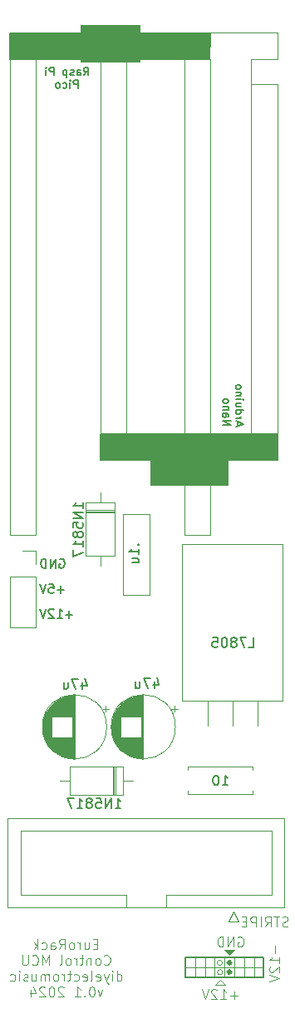
<source format=gbr>
%TF.GenerationSoftware,KiCad,Pcbnew,8.0.5*%
%TF.CreationDate,2024-11-21T14:34:23+00:00*%
%TF.ProjectId,EuroRackControl-MCU,4575726f-5261-4636-9b43-6f6e74726f6c,rev?*%
%TF.SameCoordinates,Original*%
%TF.FileFunction,Legend,Bot*%
%TF.FilePolarity,Positive*%
%FSLAX46Y46*%
G04 Gerber Fmt 4.6, Leading zero omitted, Abs format (unit mm)*
G04 Created by KiCad (PCBNEW 8.0.5) date 2024-11-21 14:34:23*
%MOMM*%
%LPD*%
G01*
G04 APERTURE LIST*
%ADD10C,0.100000*%
%ADD11C,0.317621*%
%ADD12C,0.200000*%
%ADD13C,0.150000*%
%ADD14C,0.120000*%
G04 APERTURE END LIST*
D10*
X23320000Y-50200000D02*
X29320000Y-50200000D01*
X29320000Y-54000000D01*
X23320000Y-54000000D01*
X23320000Y-50200000D01*
G36*
X23320000Y-50200000D02*
G01*
X29320000Y-50200000D01*
X29320000Y-54000000D01*
X23320000Y-54000000D01*
X23320000Y-50200000D01*
G37*
X37789998Y-145533346D02*
G75*
G02*
X37254756Y-145533346I-267621J0D01*
G01*
X37254756Y-145533346D02*
G75*
G02*
X37789998Y-145533346I267621J0D01*
G01*
X37000000Y-145000000D02*
X37000000Y-147000000D01*
D11*
X38656923Y-145527845D02*
G75*
G02*
X38339303Y-145527845I-158810J0D01*
G01*
X38339303Y-145527845D02*
G75*
G02*
X38656923Y-145527845I158810J0D01*
G01*
D12*
X16140000Y-51065000D02*
X36500000Y-51065000D01*
X36500000Y-53695000D01*
X16140000Y-53695000D01*
X16140000Y-51065000D01*
G36*
X16140000Y-51065000D02*
G01*
X36500000Y-51065000D01*
X36500000Y-53695000D01*
X16140000Y-53695000D01*
X16140000Y-51065000D01*
G37*
D11*
X38648270Y-146471045D02*
G75*
G02*
X38330650Y-146471045I-158810J0D01*
G01*
X38330650Y-146471045D02*
G75*
G02*
X38648270Y-146471045I158810J0D01*
G01*
D10*
X35000000Y-145000000D02*
X35000000Y-147000000D01*
X38000000Y-145000000D02*
X38000000Y-147000000D01*
X42000000Y-146000000D02*
X34000000Y-146000000D01*
X39000000Y-145000000D02*
X39000000Y-147000000D01*
D12*
X34000000Y-145000000D02*
X42000000Y-145000000D01*
X42000000Y-147000000D01*
X34000000Y-147000000D01*
X34000000Y-145000000D01*
D10*
X41000000Y-145000000D02*
X41000000Y-147000000D01*
D12*
X25400000Y-91820000D02*
X43390000Y-91820000D01*
X43390000Y-94450000D01*
X25400000Y-94450000D01*
X25400000Y-91820000D01*
G36*
X25400000Y-91820000D02*
G01*
X43390000Y-91820000D01*
X43390000Y-94450000D01*
X25400000Y-94450000D01*
X25400000Y-91820000D01*
G37*
D10*
X38034348Y-147808624D02*
X37018348Y-147808624D01*
X37526348Y-147300624D01*
X38034348Y-147808624D01*
X40000000Y-145000000D02*
X40000000Y-147000000D01*
X30430000Y-93500000D02*
X38330000Y-93500000D01*
X38330000Y-97000000D01*
X30430000Y-97000000D01*
X30430000Y-93500000D01*
G36*
X30430000Y-93500000D02*
G01*
X38330000Y-93500000D01*
X38330000Y-97000000D01*
X30430000Y-97000000D01*
X30430000Y-93500000D01*
G37*
X40930000Y-147020000D02*
X40930000Y-147020000D01*
X36000000Y-145000000D02*
X36000000Y-147000000D01*
X37798651Y-146485200D02*
G75*
G02*
X37263409Y-146485200I-267621J0D01*
G01*
X37263409Y-146485200D02*
G75*
G02*
X37798651Y-146485200I267621J0D01*
G01*
X38478201Y-144721967D02*
X37970201Y-144213967D01*
X38986201Y-144213967D01*
X38478201Y-144721967D01*
G36*
X38478201Y-144721967D02*
G01*
X37970201Y-144213967D01*
X38986201Y-144213967D01*
X38478201Y-144721967D01*
G37*
X43179466Y-143780095D02*
X43179466Y-144542000D01*
X43560419Y-145541999D02*
X43560419Y-144970571D01*
X43560419Y-145256285D02*
X42560419Y-145256285D01*
X42560419Y-145256285D02*
X42703276Y-145161047D01*
X42703276Y-145161047D02*
X42798514Y-145065809D01*
X42798514Y-145065809D02*
X42846133Y-144970571D01*
X42655657Y-145922952D02*
X42608038Y-145970571D01*
X42608038Y-145970571D02*
X42560419Y-146065809D01*
X42560419Y-146065809D02*
X42560419Y-146303904D01*
X42560419Y-146303904D02*
X42608038Y-146399142D01*
X42608038Y-146399142D02*
X42655657Y-146446761D01*
X42655657Y-146446761D02*
X42750895Y-146494380D01*
X42750895Y-146494380D02*
X42846133Y-146494380D01*
X42846133Y-146494380D02*
X42988990Y-146446761D01*
X42988990Y-146446761D02*
X43560419Y-145875333D01*
X43560419Y-145875333D02*
X43560419Y-146494380D01*
X42560419Y-146780095D02*
X43560419Y-147113428D01*
X43560419Y-147113428D02*
X42560419Y-147446761D01*
D12*
X22517293Y-110143100D02*
X21831579Y-110143100D01*
X22174436Y-110485957D02*
X22174436Y-109800242D01*
X20931578Y-110485957D02*
X21445864Y-110485957D01*
X21188721Y-110485957D02*
X21188721Y-109585957D01*
X21188721Y-109585957D02*
X21274435Y-109714528D01*
X21274435Y-109714528D02*
X21360150Y-109800242D01*
X21360150Y-109800242D02*
X21445864Y-109843100D01*
X20588721Y-109671671D02*
X20545864Y-109628814D01*
X20545864Y-109628814D02*
X20460150Y-109585957D01*
X20460150Y-109585957D02*
X20245864Y-109585957D01*
X20245864Y-109585957D02*
X20160150Y-109628814D01*
X20160150Y-109628814D02*
X20117292Y-109671671D01*
X20117292Y-109671671D02*
X20074435Y-109757385D01*
X20074435Y-109757385D02*
X20074435Y-109843100D01*
X20074435Y-109843100D02*
X20117292Y-109971671D01*
X20117292Y-109971671D02*
X20631578Y-110485957D01*
X20631578Y-110485957D02*
X20074435Y-110485957D01*
X19817292Y-109585957D02*
X19517292Y-110485957D01*
X19517292Y-110485957D02*
X19217292Y-109585957D01*
D10*
X39369904Y-142938038D02*
X39465142Y-142890419D01*
X39465142Y-142890419D02*
X39607999Y-142890419D01*
X39607999Y-142890419D02*
X39750856Y-142938038D01*
X39750856Y-142938038D02*
X39846094Y-143033276D01*
X39846094Y-143033276D02*
X39893713Y-143128514D01*
X39893713Y-143128514D02*
X39941332Y-143318990D01*
X39941332Y-143318990D02*
X39941332Y-143461847D01*
X39941332Y-143461847D02*
X39893713Y-143652323D01*
X39893713Y-143652323D02*
X39846094Y-143747561D01*
X39846094Y-143747561D02*
X39750856Y-143842800D01*
X39750856Y-143842800D02*
X39607999Y-143890419D01*
X39607999Y-143890419D02*
X39512761Y-143890419D01*
X39512761Y-143890419D02*
X39369904Y-143842800D01*
X39369904Y-143842800D02*
X39322285Y-143795180D01*
X39322285Y-143795180D02*
X39322285Y-143461847D01*
X39322285Y-143461847D02*
X39512761Y-143461847D01*
X38893713Y-143890419D02*
X38893713Y-142890419D01*
X38893713Y-142890419D02*
X38322285Y-143890419D01*
X38322285Y-143890419D02*
X38322285Y-142890419D01*
X37846094Y-143890419D02*
X37846094Y-142890419D01*
X37846094Y-142890419D02*
X37607999Y-142890419D01*
X37607999Y-142890419D02*
X37465142Y-142938038D01*
X37465142Y-142938038D02*
X37369904Y-143033276D01*
X37369904Y-143033276D02*
X37322285Y-143128514D01*
X37322285Y-143128514D02*
X37274666Y-143318990D01*
X37274666Y-143318990D02*
X37274666Y-143461847D01*
X37274666Y-143461847D02*
X37322285Y-143652323D01*
X37322285Y-143652323D02*
X37369904Y-143747561D01*
X37369904Y-143747561D02*
X37465142Y-143842800D01*
X37465142Y-143842800D02*
X37607999Y-143890419D01*
X37607999Y-143890419D02*
X37846094Y-143890419D01*
D12*
X21188720Y-104548814D02*
X21274435Y-104505957D01*
X21274435Y-104505957D02*
X21403006Y-104505957D01*
X21403006Y-104505957D02*
X21531577Y-104548814D01*
X21531577Y-104548814D02*
X21617292Y-104634528D01*
X21617292Y-104634528D02*
X21660149Y-104720242D01*
X21660149Y-104720242D02*
X21703006Y-104891671D01*
X21703006Y-104891671D02*
X21703006Y-105020242D01*
X21703006Y-105020242D02*
X21660149Y-105191671D01*
X21660149Y-105191671D02*
X21617292Y-105277385D01*
X21617292Y-105277385D02*
X21531577Y-105363100D01*
X21531577Y-105363100D02*
X21403006Y-105405957D01*
X21403006Y-105405957D02*
X21317292Y-105405957D01*
X21317292Y-105405957D02*
X21188720Y-105363100D01*
X21188720Y-105363100D02*
X21145863Y-105320242D01*
X21145863Y-105320242D02*
X21145863Y-105020242D01*
X21145863Y-105020242D02*
X21317292Y-105020242D01*
X20760149Y-105405957D02*
X20760149Y-104505957D01*
X20760149Y-104505957D02*
X20245863Y-105405957D01*
X20245863Y-105405957D02*
X20245863Y-104505957D01*
X19817292Y-105405957D02*
X19817292Y-104505957D01*
X19817292Y-104505957D02*
X19603006Y-104505957D01*
X19603006Y-104505957D02*
X19474435Y-104548814D01*
X19474435Y-104548814D02*
X19388720Y-104634528D01*
X19388720Y-104634528D02*
X19345863Y-104720242D01*
X19345863Y-104720242D02*
X19303006Y-104891671D01*
X19303006Y-104891671D02*
X19303006Y-105020242D01*
X19303006Y-105020242D02*
X19345863Y-105191671D01*
X19345863Y-105191671D02*
X19388720Y-105277385D01*
X19388720Y-105277385D02*
X19474435Y-105363100D01*
X19474435Y-105363100D02*
X19603006Y-105405957D01*
X19603006Y-105405957D02*
X19817292Y-105405957D01*
X23645237Y-55343740D02*
X23911904Y-54962787D01*
X24102380Y-55343740D02*
X24102380Y-54543740D01*
X24102380Y-54543740D02*
X23797618Y-54543740D01*
X23797618Y-54543740D02*
X23721428Y-54581835D01*
X23721428Y-54581835D02*
X23683333Y-54619930D01*
X23683333Y-54619930D02*
X23645237Y-54696121D01*
X23645237Y-54696121D02*
X23645237Y-54810406D01*
X23645237Y-54810406D02*
X23683333Y-54886597D01*
X23683333Y-54886597D02*
X23721428Y-54924692D01*
X23721428Y-54924692D02*
X23797618Y-54962787D01*
X23797618Y-54962787D02*
X24102380Y-54962787D01*
X22959523Y-55343740D02*
X22959523Y-54924692D01*
X22959523Y-54924692D02*
X22997618Y-54848502D01*
X22997618Y-54848502D02*
X23073809Y-54810406D01*
X23073809Y-54810406D02*
X23226190Y-54810406D01*
X23226190Y-54810406D02*
X23302380Y-54848502D01*
X22959523Y-55305645D02*
X23035714Y-55343740D01*
X23035714Y-55343740D02*
X23226190Y-55343740D01*
X23226190Y-55343740D02*
X23302380Y-55305645D01*
X23302380Y-55305645D02*
X23340476Y-55229454D01*
X23340476Y-55229454D02*
X23340476Y-55153264D01*
X23340476Y-55153264D02*
X23302380Y-55077073D01*
X23302380Y-55077073D02*
X23226190Y-55038978D01*
X23226190Y-55038978D02*
X23035714Y-55038978D01*
X23035714Y-55038978D02*
X22959523Y-55000883D01*
X22616666Y-55305645D02*
X22540475Y-55343740D01*
X22540475Y-55343740D02*
X22388094Y-55343740D01*
X22388094Y-55343740D02*
X22311904Y-55305645D01*
X22311904Y-55305645D02*
X22273808Y-55229454D01*
X22273808Y-55229454D02*
X22273808Y-55191359D01*
X22273808Y-55191359D02*
X22311904Y-55115168D01*
X22311904Y-55115168D02*
X22388094Y-55077073D01*
X22388094Y-55077073D02*
X22502380Y-55077073D01*
X22502380Y-55077073D02*
X22578570Y-55038978D01*
X22578570Y-55038978D02*
X22616666Y-54962787D01*
X22616666Y-54962787D02*
X22616666Y-54924692D01*
X22616666Y-54924692D02*
X22578570Y-54848502D01*
X22578570Y-54848502D02*
X22502380Y-54810406D01*
X22502380Y-54810406D02*
X22388094Y-54810406D01*
X22388094Y-54810406D02*
X22311904Y-54848502D01*
X21930951Y-54810406D02*
X21930951Y-55610406D01*
X21930951Y-54848502D02*
X21854761Y-54810406D01*
X21854761Y-54810406D02*
X21702380Y-54810406D01*
X21702380Y-54810406D02*
X21626189Y-54848502D01*
X21626189Y-54848502D02*
X21588094Y-54886597D01*
X21588094Y-54886597D02*
X21549999Y-54962787D01*
X21549999Y-54962787D02*
X21549999Y-55191359D01*
X21549999Y-55191359D02*
X21588094Y-55267549D01*
X21588094Y-55267549D02*
X21626189Y-55305645D01*
X21626189Y-55305645D02*
X21702380Y-55343740D01*
X21702380Y-55343740D02*
X21854761Y-55343740D01*
X21854761Y-55343740D02*
X21930951Y-55305645D01*
X20597617Y-55343740D02*
X20597617Y-54543740D01*
X20597617Y-54543740D02*
X20292855Y-54543740D01*
X20292855Y-54543740D02*
X20216665Y-54581835D01*
X20216665Y-54581835D02*
X20178570Y-54619930D01*
X20178570Y-54619930D02*
X20140474Y-54696121D01*
X20140474Y-54696121D02*
X20140474Y-54810406D01*
X20140474Y-54810406D02*
X20178570Y-54886597D01*
X20178570Y-54886597D02*
X20216665Y-54924692D01*
X20216665Y-54924692D02*
X20292855Y-54962787D01*
X20292855Y-54962787D02*
X20597617Y-54962787D01*
X19797617Y-55343740D02*
X19797617Y-54810406D01*
X19797617Y-54543740D02*
X19835713Y-54581835D01*
X19835713Y-54581835D02*
X19797617Y-54619930D01*
X19797617Y-54619930D02*
X19759522Y-54581835D01*
X19759522Y-54581835D02*
X19797617Y-54543740D01*
X19797617Y-54543740D02*
X19797617Y-54619930D01*
X23054761Y-56631695D02*
X23054761Y-55831695D01*
X23054761Y-55831695D02*
X22749999Y-55831695D01*
X22749999Y-55831695D02*
X22673809Y-55869790D01*
X22673809Y-55869790D02*
X22635714Y-55907885D01*
X22635714Y-55907885D02*
X22597618Y-55984076D01*
X22597618Y-55984076D02*
X22597618Y-56098361D01*
X22597618Y-56098361D02*
X22635714Y-56174552D01*
X22635714Y-56174552D02*
X22673809Y-56212647D01*
X22673809Y-56212647D02*
X22749999Y-56250742D01*
X22749999Y-56250742D02*
X23054761Y-56250742D01*
X22254761Y-56631695D02*
X22254761Y-56098361D01*
X22254761Y-55831695D02*
X22292857Y-55869790D01*
X22292857Y-55869790D02*
X22254761Y-55907885D01*
X22254761Y-55907885D02*
X22216666Y-55869790D01*
X22216666Y-55869790D02*
X22254761Y-55831695D01*
X22254761Y-55831695D02*
X22254761Y-55907885D01*
X21530952Y-56593600D02*
X21607143Y-56631695D01*
X21607143Y-56631695D02*
X21759524Y-56631695D01*
X21759524Y-56631695D02*
X21835714Y-56593600D01*
X21835714Y-56593600D02*
X21873809Y-56555504D01*
X21873809Y-56555504D02*
X21911905Y-56479314D01*
X21911905Y-56479314D02*
X21911905Y-56250742D01*
X21911905Y-56250742D02*
X21873809Y-56174552D01*
X21873809Y-56174552D02*
X21835714Y-56136457D01*
X21835714Y-56136457D02*
X21759524Y-56098361D01*
X21759524Y-56098361D02*
X21607143Y-56098361D01*
X21607143Y-56098361D02*
X21530952Y-56136457D01*
X21073810Y-56631695D02*
X21150000Y-56593600D01*
X21150000Y-56593600D02*
X21188095Y-56555504D01*
X21188095Y-56555504D02*
X21226191Y-56479314D01*
X21226191Y-56479314D02*
X21226191Y-56250742D01*
X21226191Y-56250742D02*
X21188095Y-56174552D01*
X21188095Y-56174552D02*
X21150000Y-56136457D01*
X21150000Y-56136457D02*
X21073810Y-56098361D01*
X21073810Y-56098361D02*
X20959524Y-56098361D01*
X20959524Y-56098361D02*
X20883333Y-56136457D01*
X20883333Y-56136457D02*
X20845238Y-56174552D01*
X20845238Y-56174552D02*
X20807143Y-56250742D01*
X20807143Y-56250742D02*
X20807143Y-56479314D01*
X20807143Y-56479314D02*
X20845238Y-56555504D01*
X20845238Y-56555504D02*
X20883333Y-56593600D01*
X20883333Y-56593600D02*
X20959524Y-56631695D01*
X20959524Y-56631695D02*
X21073810Y-56631695D01*
D10*
X44447734Y-141810800D02*
X44304877Y-141858419D01*
X44304877Y-141858419D02*
X44066782Y-141858419D01*
X44066782Y-141858419D02*
X43971544Y-141810800D01*
X43971544Y-141810800D02*
X43923925Y-141763180D01*
X43923925Y-141763180D02*
X43876306Y-141667942D01*
X43876306Y-141667942D02*
X43876306Y-141572704D01*
X43876306Y-141572704D02*
X43923925Y-141477466D01*
X43923925Y-141477466D02*
X43971544Y-141429847D01*
X43971544Y-141429847D02*
X44066782Y-141382228D01*
X44066782Y-141382228D02*
X44257258Y-141334609D01*
X44257258Y-141334609D02*
X44352496Y-141286990D01*
X44352496Y-141286990D02*
X44400115Y-141239371D01*
X44400115Y-141239371D02*
X44447734Y-141144133D01*
X44447734Y-141144133D02*
X44447734Y-141048895D01*
X44447734Y-141048895D02*
X44400115Y-140953657D01*
X44400115Y-140953657D02*
X44352496Y-140906038D01*
X44352496Y-140906038D02*
X44257258Y-140858419D01*
X44257258Y-140858419D02*
X44019163Y-140858419D01*
X44019163Y-140858419D02*
X43876306Y-140906038D01*
X43590591Y-140858419D02*
X43019163Y-140858419D01*
X43304877Y-141858419D02*
X43304877Y-140858419D01*
X42114401Y-141858419D02*
X42447734Y-141382228D01*
X42685829Y-141858419D02*
X42685829Y-140858419D01*
X42685829Y-140858419D02*
X42304877Y-140858419D01*
X42304877Y-140858419D02*
X42209639Y-140906038D01*
X42209639Y-140906038D02*
X42162020Y-140953657D01*
X42162020Y-140953657D02*
X42114401Y-141048895D01*
X42114401Y-141048895D02*
X42114401Y-141191752D01*
X42114401Y-141191752D02*
X42162020Y-141286990D01*
X42162020Y-141286990D02*
X42209639Y-141334609D01*
X42209639Y-141334609D02*
X42304877Y-141382228D01*
X42304877Y-141382228D02*
X42685829Y-141382228D01*
X41685829Y-141858419D02*
X41685829Y-140858419D01*
X41209639Y-141858419D02*
X41209639Y-140858419D01*
X41209639Y-140858419D02*
X40828687Y-140858419D01*
X40828687Y-140858419D02*
X40733449Y-140906038D01*
X40733449Y-140906038D02*
X40685830Y-140953657D01*
X40685830Y-140953657D02*
X40638211Y-141048895D01*
X40638211Y-141048895D02*
X40638211Y-141191752D01*
X40638211Y-141191752D02*
X40685830Y-141286990D01*
X40685830Y-141286990D02*
X40733449Y-141334609D01*
X40733449Y-141334609D02*
X40828687Y-141382228D01*
X40828687Y-141382228D02*
X41209639Y-141382228D01*
X40209639Y-141334609D02*
X39876306Y-141334609D01*
X39733449Y-141858419D02*
X40209639Y-141858419D01*
X40209639Y-141858419D02*
X40209639Y-140858419D01*
X40209639Y-140858419D02*
X39733449Y-140858419D01*
X39353904Y-148843466D02*
X38592000Y-148843466D01*
X38972952Y-149224419D02*
X38972952Y-148462514D01*
X37592000Y-149224419D02*
X38163428Y-149224419D01*
X37877714Y-149224419D02*
X37877714Y-148224419D01*
X37877714Y-148224419D02*
X37972952Y-148367276D01*
X37972952Y-148367276D02*
X38068190Y-148462514D01*
X38068190Y-148462514D02*
X38163428Y-148510133D01*
X37211047Y-148319657D02*
X37163428Y-148272038D01*
X37163428Y-148272038D02*
X37068190Y-148224419D01*
X37068190Y-148224419D02*
X36830095Y-148224419D01*
X36830095Y-148224419D02*
X36734857Y-148272038D01*
X36734857Y-148272038D02*
X36687238Y-148319657D01*
X36687238Y-148319657D02*
X36639619Y-148414895D01*
X36639619Y-148414895D02*
X36639619Y-148510133D01*
X36639619Y-148510133D02*
X36687238Y-148652990D01*
X36687238Y-148652990D02*
X37258666Y-149224419D01*
X37258666Y-149224419D02*
X36639619Y-149224419D01*
X36353904Y-148224419D02*
X36020571Y-149224419D01*
X36020571Y-149224419D02*
X35687238Y-148224419D01*
D12*
X21660150Y-107603100D02*
X20974436Y-107603100D01*
X21317293Y-107945957D02*
X21317293Y-107260242D01*
X20117292Y-107045957D02*
X20545864Y-107045957D01*
X20545864Y-107045957D02*
X20588721Y-107474528D01*
X20588721Y-107474528D02*
X20545864Y-107431671D01*
X20545864Y-107431671D02*
X20460150Y-107388814D01*
X20460150Y-107388814D02*
X20245864Y-107388814D01*
X20245864Y-107388814D02*
X20160150Y-107431671D01*
X20160150Y-107431671D02*
X20117292Y-107474528D01*
X20117292Y-107474528D02*
X20074435Y-107560242D01*
X20074435Y-107560242D02*
X20074435Y-107774528D01*
X20074435Y-107774528D02*
X20117292Y-107860242D01*
X20117292Y-107860242D02*
X20160150Y-107903100D01*
X20160150Y-107903100D02*
X20245864Y-107945957D01*
X20245864Y-107945957D02*
X20460150Y-107945957D01*
X20460150Y-107945957D02*
X20545864Y-107903100D01*
X20545864Y-107903100D02*
X20588721Y-107860242D01*
X19817292Y-107045957D02*
X19517292Y-107945957D01*
X19517292Y-107945957D02*
X19217292Y-107045957D01*
D10*
X25058285Y-143616777D02*
X24724952Y-143616777D01*
X24582095Y-144140587D02*
X25058285Y-144140587D01*
X25058285Y-144140587D02*
X25058285Y-143140587D01*
X25058285Y-143140587D02*
X24582095Y-143140587D01*
X23724952Y-143473920D02*
X23724952Y-144140587D01*
X24153523Y-143473920D02*
X24153523Y-143997729D01*
X24153523Y-143997729D02*
X24105904Y-144092968D01*
X24105904Y-144092968D02*
X24010666Y-144140587D01*
X24010666Y-144140587D02*
X23867809Y-144140587D01*
X23867809Y-144140587D02*
X23772571Y-144092968D01*
X23772571Y-144092968D02*
X23724952Y-144045348D01*
X23248761Y-144140587D02*
X23248761Y-143473920D01*
X23248761Y-143664396D02*
X23201142Y-143569158D01*
X23201142Y-143569158D02*
X23153523Y-143521539D01*
X23153523Y-143521539D02*
X23058285Y-143473920D01*
X23058285Y-143473920D02*
X22963047Y-143473920D01*
X22486856Y-144140587D02*
X22582094Y-144092968D01*
X22582094Y-144092968D02*
X22629713Y-144045348D01*
X22629713Y-144045348D02*
X22677332Y-143950110D01*
X22677332Y-143950110D02*
X22677332Y-143664396D01*
X22677332Y-143664396D02*
X22629713Y-143569158D01*
X22629713Y-143569158D02*
X22582094Y-143521539D01*
X22582094Y-143521539D02*
X22486856Y-143473920D01*
X22486856Y-143473920D02*
X22343999Y-143473920D01*
X22343999Y-143473920D02*
X22248761Y-143521539D01*
X22248761Y-143521539D02*
X22201142Y-143569158D01*
X22201142Y-143569158D02*
X22153523Y-143664396D01*
X22153523Y-143664396D02*
X22153523Y-143950110D01*
X22153523Y-143950110D02*
X22201142Y-144045348D01*
X22201142Y-144045348D02*
X22248761Y-144092968D01*
X22248761Y-144092968D02*
X22343999Y-144140587D01*
X22343999Y-144140587D02*
X22486856Y-144140587D01*
X21153523Y-144140587D02*
X21486856Y-143664396D01*
X21724951Y-144140587D02*
X21724951Y-143140587D01*
X21724951Y-143140587D02*
X21343999Y-143140587D01*
X21343999Y-143140587D02*
X21248761Y-143188206D01*
X21248761Y-143188206D02*
X21201142Y-143235825D01*
X21201142Y-143235825D02*
X21153523Y-143331063D01*
X21153523Y-143331063D02*
X21153523Y-143473920D01*
X21153523Y-143473920D02*
X21201142Y-143569158D01*
X21201142Y-143569158D02*
X21248761Y-143616777D01*
X21248761Y-143616777D02*
X21343999Y-143664396D01*
X21343999Y-143664396D02*
X21724951Y-143664396D01*
X20296380Y-144140587D02*
X20296380Y-143616777D01*
X20296380Y-143616777D02*
X20343999Y-143521539D01*
X20343999Y-143521539D02*
X20439237Y-143473920D01*
X20439237Y-143473920D02*
X20629713Y-143473920D01*
X20629713Y-143473920D02*
X20724951Y-143521539D01*
X20296380Y-144092968D02*
X20391618Y-144140587D01*
X20391618Y-144140587D02*
X20629713Y-144140587D01*
X20629713Y-144140587D02*
X20724951Y-144092968D01*
X20724951Y-144092968D02*
X20772570Y-143997729D01*
X20772570Y-143997729D02*
X20772570Y-143902491D01*
X20772570Y-143902491D02*
X20724951Y-143807253D01*
X20724951Y-143807253D02*
X20629713Y-143759634D01*
X20629713Y-143759634D02*
X20391618Y-143759634D01*
X20391618Y-143759634D02*
X20296380Y-143712015D01*
X19391618Y-144092968D02*
X19486856Y-144140587D01*
X19486856Y-144140587D02*
X19677332Y-144140587D01*
X19677332Y-144140587D02*
X19772570Y-144092968D01*
X19772570Y-144092968D02*
X19820189Y-144045348D01*
X19820189Y-144045348D02*
X19867808Y-143950110D01*
X19867808Y-143950110D02*
X19867808Y-143664396D01*
X19867808Y-143664396D02*
X19820189Y-143569158D01*
X19820189Y-143569158D02*
X19772570Y-143521539D01*
X19772570Y-143521539D02*
X19677332Y-143473920D01*
X19677332Y-143473920D02*
X19486856Y-143473920D01*
X19486856Y-143473920D02*
X19391618Y-143521539D01*
X18963046Y-144140587D02*
X18963046Y-143140587D01*
X18867808Y-143759634D02*
X18582094Y-144140587D01*
X18582094Y-143473920D02*
X18963046Y-143854872D01*
X25724953Y-145655292D02*
X25772572Y-145702912D01*
X25772572Y-145702912D02*
X25915429Y-145750531D01*
X25915429Y-145750531D02*
X26010667Y-145750531D01*
X26010667Y-145750531D02*
X26153524Y-145702912D01*
X26153524Y-145702912D02*
X26248762Y-145607673D01*
X26248762Y-145607673D02*
X26296381Y-145512435D01*
X26296381Y-145512435D02*
X26344000Y-145321959D01*
X26344000Y-145321959D02*
X26344000Y-145179102D01*
X26344000Y-145179102D02*
X26296381Y-144988626D01*
X26296381Y-144988626D02*
X26248762Y-144893388D01*
X26248762Y-144893388D02*
X26153524Y-144798150D01*
X26153524Y-144798150D02*
X26010667Y-144750531D01*
X26010667Y-144750531D02*
X25915429Y-144750531D01*
X25915429Y-144750531D02*
X25772572Y-144798150D01*
X25772572Y-144798150D02*
X25724953Y-144845769D01*
X25153524Y-145750531D02*
X25248762Y-145702912D01*
X25248762Y-145702912D02*
X25296381Y-145655292D01*
X25296381Y-145655292D02*
X25344000Y-145560054D01*
X25344000Y-145560054D02*
X25344000Y-145274340D01*
X25344000Y-145274340D02*
X25296381Y-145179102D01*
X25296381Y-145179102D02*
X25248762Y-145131483D01*
X25248762Y-145131483D02*
X25153524Y-145083864D01*
X25153524Y-145083864D02*
X25010667Y-145083864D01*
X25010667Y-145083864D02*
X24915429Y-145131483D01*
X24915429Y-145131483D02*
X24867810Y-145179102D01*
X24867810Y-145179102D02*
X24820191Y-145274340D01*
X24820191Y-145274340D02*
X24820191Y-145560054D01*
X24820191Y-145560054D02*
X24867810Y-145655292D01*
X24867810Y-145655292D02*
X24915429Y-145702912D01*
X24915429Y-145702912D02*
X25010667Y-145750531D01*
X25010667Y-145750531D02*
X25153524Y-145750531D01*
X24391619Y-145083864D02*
X24391619Y-145750531D01*
X24391619Y-145179102D02*
X24344000Y-145131483D01*
X24344000Y-145131483D02*
X24248762Y-145083864D01*
X24248762Y-145083864D02*
X24105905Y-145083864D01*
X24105905Y-145083864D02*
X24010667Y-145131483D01*
X24010667Y-145131483D02*
X23963048Y-145226721D01*
X23963048Y-145226721D02*
X23963048Y-145750531D01*
X23629714Y-145083864D02*
X23248762Y-145083864D01*
X23486857Y-144750531D02*
X23486857Y-145607673D01*
X23486857Y-145607673D02*
X23439238Y-145702912D01*
X23439238Y-145702912D02*
X23344000Y-145750531D01*
X23344000Y-145750531D02*
X23248762Y-145750531D01*
X22915428Y-145750531D02*
X22915428Y-145083864D01*
X22915428Y-145274340D02*
X22867809Y-145179102D01*
X22867809Y-145179102D02*
X22820190Y-145131483D01*
X22820190Y-145131483D02*
X22724952Y-145083864D01*
X22724952Y-145083864D02*
X22629714Y-145083864D01*
X22153523Y-145750531D02*
X22248761Y-145702912D01*
X22248761Y-145702912D02*
X22296380Y-145655292D01*
X22296380Y-145655292D02*
X22343999Y-145560054D01*
X22343999Y-145560054D02*
X22343999Y-145274340D01*
X22343999Y-145274340D02*
X22296380Y-145179102D01*
X22296380Y-145179102D02*
X22248761Y-145131483D01*
X22248761Y-145131483D02*
X22153523Y-145083864D01*
X22153523Y-145083864D02*
X22010666Y-145083864D01*
X22010666Y-145083864D02*
X21915428Y-145131483D01*
X21915428Y-145131483D02*
X21867809Y-145179102D01*
X21867809Y-145179102D02*
X21820190Y-145274340D01*
X21820190Y-145274340D02*
X21820190Y-145560054D01*
X21820190Y-145560054D02*
X21867809Y-145655292D01*
X21867809Y-145655292D02*
X21915428Y-145702912D01*
X21915428Y-145702912D02*
X22010666Y-145750531D01*
X22010666Y-145750531D02*
X22153523Y-145750531D01*
X21248761Y-145750531D02*
X21343999Y-145702912D01*
X21343999Y-145702912D02*
X21391618Y-145607673D01*
X21391618Y-145607673D02*
X21391618Y-144750531D01*
X20105903Y-145750531D02*
X20105903Y-144750531D01*
X20105903Y-144750531D02*
X19772570Y-145464816D01*
X19772570Y-145464816D02*
X19439237Y-144750531D01*
X19439237Y-144750531D02*
X19439237Y-145750531D01*
X18391618Y-145655292D02*
X18439237Y-145702912D01*
X18439237Y-145702912D02*
X18582094Y-145750531D01*
X18582094Y-145750531D02*
X18677332Y-145750531D01*
X18677332Y-145750531D02*
X18820189Y-145702912D01*
X18820189Y-145702912D02*
X18915427Y-145607673D01*
X18915427Y-145607673D02*
X18963046Y-145512435D01*
X18963046Y-145512435D02*
X19010665Y-145321959D01*
X19010665Y-145321959D02*
X19010665Y-145179102D01*
X19010665Y-145179102D02*
X18963046Y-144988626D01*
X18963046Y-144988626D02*
X18915427Y-144893388D01*
X18915427Y-144893388D02*
X18820189Y-144798150D01*
X18820189Y-144798150D02*
X18677332Y-144750531D01*
X18677332Y-144750531D02*
X18582094Y-144750531D01*
X18582094Y-144750531D02*
X18439237Y-144798150D01*
X18439237Y-144798150D02*
X18391618Y-144845769D01*
X17963046Y-144750531D02*
X17963046Y-145560054D01*
X17963046Y-145560054D02*
X17915427Y-145655292D01*
X17915427Y-145655292D02*
X17867808Y-145702912D01*
X17867808Y-145702912D02*
X17772570Y-145750531D01*
X17772570Y-145750531D02*
X17582094Y-145750531D01*
X17582094Y-145750531D02*
X17486856Y-145702912D01*
X17486856Y-145702912D02*
X17439237Y-145655292D01*
X17439237Y-145655292D02*
X17391618Y-145560054D01*
X17391618Y-145560054D02*
X17391618Y-144750531D01*
X27034476Y-147360475D02*
X27034476Y-146360475D01*
X27034476Y-147312856D02*
X27129714Y-147360475D01*
X27129714Y-147360475D02*
X27320190Y-147360475D01*
X27320190Y-147360475D02*
X27415428Y-147312856D01*
X27415428Y-147312856D02*
X27463047Y-147265236D01*
X27463047Y-147265236D02*
X27510666Y-147169998D01*
X27510666Y-147169998D02*
X27510666Y-146884284D01*
X27510666Y-146884284D02*
X27463047Y-146789046D01*
X27463047Y-146789046D02*
X27415428Y-146741427D01*
X27415428Y-146741427D02*
X27320190Y-146693808D01*
X27320190Y-146693808D02*
X27129714Y-146693808D01*
X27129714Y-146693808D02*
X27034476Y-146741427D01*
X26558285Y-147360475D02*
X26558285Y-146693808D01*
X26558285Y-146360475D02*
X26605904Y-146408094D01*
X26605904Y-146408094D02*
X26558285Y-146455713D01*
X26558285Y-146455713D02*
X26510666Y-146408094D01*
X26510666Y-146408094D02*
X26558285Y-146360475D01*
X26558285Y-146360475D02*
X26558285Y-146455713D01*
X26177333Y-146693808D02*
X25939238Y-147360475D01*
X25701143Y-146693808D02*
X25939238Y-147360475D01*
X25939238Y-147360475D02*
X26034476Y-147598570D01*
X26034476Y-147598570D02*
X26082095Y-147646189D01*
X26082095Y-147646189D02*
X26177333Y-147693808D01*
X24939238Y-147312856D02*
X25034476Y-147360475D01*
X25034476Y-147360475D02*
X25224952Y-147360475D01*
X25224952Y-147360475D02*
X25320190Y-147312856D01*
X25320190Y-147312856D02*
X25367809Y-147217617D01*
X25367809Y-147217617D02*
X25367809Y-146836665D01*
X25367809Y-146836665D02*
X25320190Y-146741427D01*
X25320190Y-146741427D02*
X25224952Y-146693808D01*
X25224952Y-146693808D02*
X25034476Y-146693808D01*
X25034476Y-146693808D02*
X24939238Y-146741427D01*
X24939238Y-146741427D02*
X24891619Y-146836665D01*
X24891619Y-146836665D02*
X24891619Y-146931903D01*
X24891619Y-146931903D02*
X25367809Y-147027141D01*
X24320190Y-147360475D02*
X24415428Y-147312856D01*
X24415428Y-147312856D02*
X24463047Y-147217617D01*
X24463047Y-147217617D02*
X24463047Y-146360475D01*
X23558285Y-147312856D02*
X23653523Y-147360475D01*
X23653523Y-147360475D02*
X23843999Y-147360475D01*
X23843999Y-147360475D02*
X23939237Y-147312856D01*
X23939237Y-147312856D02*
X23986856Y-147217617D01*
X23986856Y-147217617D02*
X23986856Y-146836665D01*
X23986856Y-146836665D02*
X23939237Y-146741427D01*
X23939237Y-146741427D02*
X23843999Y-146693808D01*
X23843999Y-146693808D02*
X23653523Y-146693808D01*
X23653523Y-146693808D02*
X23558285Y-146741427D01*
X23558285Y-146741427D02*
X23510666Y-146836665D01*
X23510666Y-146836665D02*
X23510666Y-146931903D01*
X23510666Y-146931903D02*
X23986856Y-147027141D01*
X22653523Y-147312856D02*
X22748761Y-147360475D01*
X22748761Y-147360475D02*
X22939237Y-147360475D01*
X22939237Y-147360475D02*
X23034475Y-147312856D01*
X23034475Y-147312856D02*
X23082094Y-147265236D01*
X23082094Y-147265236D02*
X23129713Y-147169998D01*
X23129713Y-147169998D02*
X23129713Y-146884284D01*
X23129713Y-146884284D02*
X23082094Y-146789046D01*
X23082094Y-146789046D02*
X23034475Y-146741427D01*
X23034475Y-146741427D02*
X22939237Y-146693808D01*
X22939237Y-146693808D02*
X22748761Y-146693808D01*
X22748761Y-146693808D02*
X22653523Y-146741427D01*
X22367808Y-146693808D02*
X21986856Y-146693808D01*
X22224951Y-146360475D02*
X22224951Y-147217617D01*
X22224951Y-147217617D02*
X22177332Y-147312856D01*
X22177332Y-147312856D02*
X22082094Y-147360475D01*
X22082094Y-147360475D02*
X21986856Y-147360475D01*
X21653522Y-147360475D02*
X21653522Y-146693808D01*
X21653522Y-146884284D02*
X21605903Y-146789046D01*
X21605903Y-146789046D02*
X21558284Y-146741427D01*
X21558284Y-146741427D02*
X21463046Y-146693808D01*
X21463046Y-146693808D02*
X21367808Y-146693808D01*
X20891617Y-147360475D02*
X20986855Y-147312856D01*
X20986855Y-147312856D02*
X21034474Y-147265236D01*
X21034474Y-147265236D02*
X21082093Y-147169998D01*
X21082093Y-147169998D02*
X21082093Y-146884284D01*
X21082093Y-146884284D02*
X21034474Y-146789046D01*
X21034474Y-146789046D02*
X20986855Y-146741427D01*
X20986855Y-146741427D02*
X20891617Y-146693808D01*
X20891617Y-146693808D02*
X20748760Y-146693808D01*
X20748760Y-146693808D02*
X20653522Y-146741427D01*
X20653522Y-146741427D02*
X20605903Y-146789046D01*
X20605903Y-146789046D02*
X20558284Y-146884284D01*
X20558284Y-146884284D02*
X20558284Y-147169998D01*
X20558284Y-147169998D02*
X20605903Y-147265236D01*
X20605903Y-147265236D02*
X20653522Y-147312856D01*
X20653522Y-147312856D02*
X20748760Y-147360475D01*
X20748760Y-147360475D02*
X20891617Y-147360475D01*
X20129712Y-147360475D02*
X20129712Y-146693808D01*
X20129712Y-146789046D02*
X20082093Y-146741427D01*
X20082093Y-146741427D02*
X19986855Y-146693808D01*
X19986855Y-146693808D02*
X19843998Y-146693808D01*
X19843998Y-146693808D02*
X19748760Y-146741427D01*
X19748760Y-146741427D02*
X19701141Y-146836665D01*
X19701141Y-146836665D02*
X19701141Y-147360475D01*
X19701141Y-146836665D02*
X19653522Y-146741427D01*
X19653522Y-146741427D02*
X19558284Y-146693808D01*
X19558284Y-146693808D02*
X19415427Y-146693808D01*
X19415427Y-146693808D02*
X19320188Y-146741427D01*
X19320188Y-146741427D02*
X19272569Y-146836665D01*
X19272569Y-146836665D02*
X19272569Y-147360475D01*
X18367808Y-146693808D02*
X18367808Y-147360475D01*
X18796379Y-146693808D02*
X18796379Y-147217617D01*
X18796379Y-147217617D02*
X18748760Y-147312856D01*
X18748760Y-147312856D02*
X18653522Y-147360475D01*
X18653522Y-147360475D02*
X18510665Y-147360475D01*
X18510665Y-147360475D02*
X18415427Y-147312856D01*
X18415427Y-147312856D02*
X18367808Y-147265236D01*
X17939236Y-147312856D02*
X17843998Y-147360475D01*
X17843998Y-147360475D02*
X17653522Y-147360475D01*
X17653522Y-147360475D02*
X17558284Y-147312856D01*
X17558284Y-147312856D02*
X17510665Y-147217617D01*
X17510665Y-147217617D02*
X17510665Y-147169998D01*
X17510665Y-147169998D02*
X17558284Y-147074760D01*
X17558284Y-147074760D02*
X17653522Y-147027141D01*
X17653522Y-147027141D02*
X17796379Y-147027141D01*
X17796379Y-147027141D02*
X17891617Y-146979522D01*
X17891617Y-146979522D02*
X17939236Y-146884284D01*
X17939236Y-146884284D02*
X17939236Y-146836665D01*
X17939236Y-146836665D02*
X17891617Y-146741427D01*
X17891617Y-146741427D02*
X17796379Y-146693808D01*
X17796379Y-146693808D02*
X17653522Y-146693808D01*
X17653522Y-146693808D02*
X17558284Y-146741427D01*
X17082093Y-147360475D02*
X17082093Y-146693808D01*
X17082093Y-146360475D02*
X17129712Y-146408094D01*
X17129712Y-146408094D02*
X17082093Y-146455713D01*
X17082093Y-146455713D02*
X17034474Y-146408094D01*
X17034474Y-146408094D02*
X17082093Y-146360475D01*
X17082093Y-146360475D02*
X17082093Y-146455713D01*
X16177332Y-147312856D02*
X16272570Y-147360475D01*
X16272570Y-147360475D02*
X16463046Y-147360475D01*
X16463046Y-147360475D02*
X16558284Y-147312856D01*
X16558284Y-147312856D02*
X16605903Y-147265236D01*
X16605903Y-147265236D02*
X16653522Y-147169998D01*
X16653522Y-147169998D02*
X16653522Y-146884284D01*
X16653522Y-146884284D02*
X16605903Y-146789046D01*
X16605903Y-146789046D02*
X16558284Y-146741427D01*
X16558284Y-146741427D02*
X16463046Y-146693808D01*
X16463046Y-146693808D02*
X16272570Y-146693808D01*
X16272570Y-146693808D02*
X16177332Y-146741427D01*
X25558285Y-148303752D02*
X25320190Y-148970419D01*
X25320190Y-148970419D02*
X25082095Y-148303752D01*
X24510666Y-147970419D02*
X24415428Y-147970419D01*
X24415428Y-147970419D02*
X24320190Y-148018038D01*
X24320190Y-148018038D02*
X24272571Y-148065657D01*
X24272571Y-148065657D02*
X24224952Y-148160895D01*
X24224952Y-148160895D02*
X24177333Y-148351371D01*
X24177333Y-148351371D02*
X24177333Y-148589466D01*
X24177333Y-148589466D02*
X24224952Y-148779942D01*
X24224952Y-148779942D02*
X24272571Y-148875180D01*
X24272571Y-148875180D02*
X24320190Y-148922800D01*
X24320190Y-148922800D02*
X24415428Y-148970419D01*
X24415428Y-148970419D02*
X24510666Y-148970419D01*
X24510666Y-148970419D02*
X24605904Y-148922800D01*
X24605904Y-148922800D02*
X24653523Y-148875180D01*
X24653523Y-148875180D02*
X24701142Y-148779942D01*
X24701142Y-148779942D02*
X24748761Y-148589466D01*
X24748761Y-148589466D02*
X24748761Y-148351371D01*
X24748761Y-148351371D02*
X24701142Y-148160895D01*
X24701142Y-148160895D02*
X24653523Y-148065657D01*
X24653523Y-148065657D02*
X24605904Y-148018038D01*
X24605904Y-148018038D02*
X24510666Y-147970419D01*
X23748761Y-148875180D02*
X23701142Y-148922800D01*
X23701142Y-148922800D02*
X23748761Y-148970419D01*
X23748761Y-148970419D02*
X23796380Y-148922800D01*
X23796380Y-148922800D02*
X23748761Y-148875180D01*
X23748761Y-148875180D02*
X23748761Y-148970419D01*
X22748762Y-148970419D02*
X23320190Y-148970419D01*
X23034476Y-148970419D02*
X23034476Y-147970419D01*
X23034476Y-147970419D02*
X23129714Y-148113276D01*
X23129714Y-148113276D02*
X23224952Y-148208514D01*
X23224952Y-148208514D02*
X23320190Y-148256133D01*
X21605904Y-148065657D02*
X21558285Y-148018038D01*
X21558285Y-148018038D02*
X21463047Y-147970419D01*
X21463047Y-147970419D02*
X21224952Y-147970419D01*
X21224952Y-147970419D02*
X21129714Y-148018038D01*
X21129714Y-148018038D02*
X21082095Y-148065657D01*
X21082095Y-148065657D02*
X21034476Y-148160895D01*
X21034476Y-148160895D02*
X21034476Y-148256133D01*
X21034476Y-148256133D02*
X21082095Y-148398990D01*
X21082095Y-148398990D02*
X21653523Y-148970419D01*
X21653523Y-148970419D02*
X21034476Y-148970419D01*
X20415428Y-147970419D02*
X20320190Y-147970419D01*
X20320190Y-147970419D02*
X20224952Y-148018038D01*
X20224952Y-148018038D02*
X20177333Y-148065657D01*
X20177333Y-148065657D02*
X20129714Y-148160895D01*
X20129714Y-148160895D02*
X20082095Y-148351371D01*
X20082095Y-148351371D02*
X20082095Y-148589466D01*
X20082095Y-148589466D02*
X20129714Y-148779942D01*
X20129714Y-148779942D02*
X20177333Y-148875180D01*
X20177333Y-148875180D02*
X20224952Y-148922800D01*
X20224952Y-148922800D02*
X20320190Y-148970419D01*
X20320190Y-148970419D02*
X20415428Y-148970419D01*
X20415428Y-148970419D02*
X20510666Y-148922800D01*
X20510666Y-148922800D02*
X20558285Y-148875180D01*
X20558285Y-148875180D02*
X20605904Y-148779942D01*
X20605904Y-148779942D02*
X20653523Y-148589466D01*
X20653523Y-148589466D02*
X20653523Y-148351371D01*
X20653523Y-148351371D02*
X20605904Y-148160895D01*
X20605904Y-148160895D02*
X20558285Y-148065657D01*
X20558285Y-148065657D02*
X20510666Y-148018038D01*
X20510666Y-148018038D02*
X20415428Y-147970419D01*
X19701142Y-148065657D02*
X19653523Y-148018038D01*
X19653523Y-148018038D02*
X19558285Y-147970419D01*
X19558285Y-147970419D02*
X19320190Y-147970419D01*
X19320190Y-147970419D02*
X19224952Y-148018038D01*
X19224952Y-148018038D02*
X19177333Y-148065657D01*
X19177333Y-148065657D02*
X19129714Y-148160895D01*
X19129714Y-148160895D02*
X19129714Y-148256133D01*
X19129714Y-148256133D02*
X19177333Y-148398990D01*
X19177333Y-148398990D02*
X19748761Y-148970419D01*
X19748761Y-148970419D02*
X19129714Y-148970419D01*
X18272571Y-148303752D02*
X18272571Y-148970419D01*
X18510666Y-147922800D02*
X18748761Y-148637085D01*
X18748761Y-148637085D02*
X18129714Y-148637085D01*
D12*
X39364831Y-90946041D02*
X39364831Y-90565088D01*
X39136259Y-91022231D02*
X39936259Y-90755564D01*
X39936259Y-90755564D02*
X39136259Y-90488898D01*
X39136259Y-90222231D02*
X39669593Y-90222231D01*
X39517212Y-90222231D02*
X39593402Y-90184136D01*
X39593402Y-90184136D02*
X39631497Y-90146041D01*
X39631497Y-90146041D02*
X39669593Y-90069850D01*
X39669593Y-90069850D02*
X39669593Y-89993660D01*
X39136259Y-89384136D02*
X39936259Y-89384136D01*
X39174355Y-89384136D02*
X39136259Y-89460327D01*
X39136259Y-89460327D02*
X39136259Y-89612708D01*
X39136259Y-89612708D02*
X39174355Y-89688898D01*
X39174355Y-89688898D02*
X39212450Y-89726993D01*
X39212450Y-89726993D02*
X39288640Y-89765089D01*
X39288640Y-89765089D02*
X39517212Y-89765089D01*
X39517212Y-89765089D02*
X39593402Y-89726993D01*
X39593402Y-89726993D02*
X39631497Y-89688898D01*
X39631497Y-89688898D02*
X39669593Y-89612708D01*
X39669593Y-89612708D02*
X39669593Y-89460327D01*
X39669593Y-89460327D02*
X39631497Y-89384136D01*
X39669593Y-88660326D02*
X39136259Y-88660326D01*
X39669593Y-89003183D02*
X39250545Y-89003183D01*
X39250545Y-89003183D02*
X39174355Y-88965088D01*
X39174355Y-88965088D02*
X39136259Y-88888898D01*
X39136259Y-88888898D02*
X39136259Y-88774612D01*
X39136259Y-88774612D02*
X39174355Y-88698421D01*
X39174355Y-88698421D02*
X39212450Y-88660326D01*
X39136259Y-88279373D02*
X39669593Y-88279373D01*
X39936259Y-88279373D02*
X39898164Y-88317469D01*
X39898164Y-88317469D02*
X39860069Y-88279373D01*
X39860069Y-88279373D02*
X39898164Y-88241278D01*
X39898164Y-88241278D02*
X39936259Y-88279373D01*
X39936259Y-88279373D02*
X39860069Y-88279373D01*
X39669593Y-87898421D02*
X39136259Y-87898421D01*
X39593402Y-87898421D02*
X39631497Y-87860326D01*
X39631497Y-87860326D02*
X39669593Y-87784136D01*
X39669593Y-87784136D02*
X39669593Y-87669850D01*
X39669593Y-87669850D02*
X39631497Y-87593659D01*
X39631497Y-87593659D02*
X39555307Y-87555564D01*
X39555307Y-87555564D02*
X39136259Y-87555564D01*
X39136259Y-87060326D02*
X39174355Y-87136516D01*
X39174355Y-87136516D02*
X39212450Y-87174611D01*
X39212450Y-87174611D02*
X39288640Y-87212707D01*
X39288640Y-87212707D02*
X39517212Y-87212707D01*
X39517212Y-87212707D02*
X39593402Y-87174611D01*
X39593402Y-87174611D02*
X39631497Y-87136516D01*
X39631497Y-87136516D02*
X39669593Y-87060326D01*
X39669593Y-87060326D02*
X39669593Y-86946040D01*
X39669593Y-86946040D02*
X39631497Y-86869849D01*
X39631497Y-86869849D02*
X39593402Y-86831754D01*
X39593402Y-86831754D02*
X39517212Y-86793659D01*
X39517212Y-86793659D02*
X39288640Y-86793659D01*
X39288640Y-86793659D02*
X39212450Y-86831754D01*
X39212450Y-86831754D02*
X39174355Y-86869849D01*
X39174355Y-86869849D02*
X39136259Y-86946040D01*
X39136259Y-86946040D02*
X39136259Y-87060326D01*
X37848304Y-90907945D02*
X38648304Y-90907945D01*
X38648304Y-90907945D02*
X37848304Y-90450802D01*
X37848304Y-90450802D02*
X38648304Y-90450802D01*
X37848304Y-89726993D02*
X38267352Y-89726993D01*
X38267352Y-89726993D02*
X38343542Y-89765088D01*
X38343542Y-89765088D02*
X38381638Y-89841279D01*
X38381638Y-89841279D02*
X38381638Y-89993660D01*
X38381638Y-89993660D02*
X38343542Y-90069850D01*
X37886400Y-89726993D02*
X37848304Y-89803184D01*
X37848304Y-89803184D02*
X37848304Y-89993660D01*
X37848304Y-89993660D02*
X37886400Y-90069850D01*
X37886400Y-90069850D02*
X37962590Y-90107946D01*
X37962590Y-90107946D02*
X38038780Y-90107946D01*
X38038780Y-90107946D02*
X38114971Y-90069850D01*
X38114971Y-90069850D02*
X38153066Y-89993660D01*
X38153066Y-89993660D02*
X38153066Y-89803184D01*
X38153066Y-89803184D02*
X38191161Y-89726993D01*
X38381638Y-89346040D02*
X37848304Y-89346040D01*
X38305447Y-89346040D02*
X38343542Y-89307945D01*
X38343542Y-89307945D02*
X38381638Y-89231755D01*
X38381638Y-89231755D02*
X38381638Y-89117469D01*
X38381638Y-89117469D02*
X38343542Y-89041278D01*
X38343542Y-89041278D02*
X38267352Y-89003183D01*
X38267352Y-89003183D02*
X37848304Y-89003183D01*
X37848304Y-88507945D02*
X37886400Y-88584135D01*
X37886400Y-88584135D02*
X37924495Y-88622230D01*
X37924495Y-88622230D02*
X38000685Y-88660326D01*
X38000685Y-88660326D02*
X38229257Y-88660326D01*
X38229257Y-88660326D02*
X38305447Y-88622230D01*
X38305447Y-88622230D02*
X38343542Y-88584135D01*
X38343542Y-88584135D02*
X38381638Y-88507945D01*
X38381638Y-88507945D02*
X38381638Y-88393659D01*
X38381638Y-88393659D02*
X38343542Y-88317468D01*
X38343542Y-88317468D02*
X38305447Y-88279373D01*
X38305447Y-88279373D02*
X38229257Y-88241278D01*
X38229257Y-88241278D02*
X38000685Y-88241278D01*
X38000685Y-88241278D02*
X37924495Y-88279373D01*
X37924495Y-88279373D02*
X37886400Y-88317468D01*
X37886400Y-88317468D02*
X37848304Y-88393659D01*
X37848304Y-88393659D02*
X37848304Y-88507945D01*
D13*
X40457238Y-113484819D02*
X40933428Y-113484819D01*
X40933428Y-113484819D02*
X40933428Y-112484819D01*
X40219142Y-112484819D02*
X39552476Y-112484819D01*
X39552476Y-112484819D02*
X39981047Y-113484819D01*
X39028666Y-112913390D02*
X39123904Y-112865771D01*
X39123904Y-112865771D02*
X39171523Y-112818152D01*
X39171523Y-112818152D02*
X39219142Y-112722914D01*
X39219142Y-112722914D02*
X39219142Y-112675295D01*
X39219142Y-112675295D02*
X39171523Y-112580057D01*
X39171523Y-112580057D02*
X39123904Y-112532438D01*
X39123904Y-112532438D02*
X39028666Y-112484819D01*
X39028666Y-112484819D02*
X38838190Y-112484819D01*
X38838190Y-112484819D02*
X38742952Y-112532438D01*
X38742952Y-112532438D02*
X38695333Y-112580057D01*
X38695333Y-112580057D02*
X38647714Y-112675295D01*
X38647714Y-112675295D02*
X38647714Y-112722914D01*
X38647714Y-112722914D02*
X38695333Y-112818152D01*
X38695333Y-112818152D02*
X38742952Y-112865771D01*
X38742952Y-112865771D02*
X38838190Y-112913390D01*
X38838190Y-112913390D02*
X39028666Y-112913390D01*
X39028666Y-112913390D02*
X39123904Y-112961009D01*
X39123904Y-112961009D02*
X39171523Y-113008628D01*
X39171523Y-113008628D02*
X39219142Y-113103866D01*
X39219142Y-113103866D02*
X39219142Y-113294342D01*
X39219142Y-113294342D02*
X39171523Y-113389580D01*
X39171523Y-113389580D02*
X39123904Y-113437200D01*
X39123904Y-113437200D02*
X39028666Y-113484819D01*
X39028666Y-113484819D02*
X38838190Y-113484819D01*
X38838190Y-113484819D02*
X38742952Y-113437200D01*
X38742952Y-113437200D02*
X38695333Y-113389580D01*
X38695333Y-113389580D02*
X38647714Y-113294342D01*
X38647714Y-113294342D02*
X38647714Y-113103866D01*
X38647714Y-113103866D02*
X38695333Y-113008628D01*
X38695333Y-113008628D02*
X38742952Y-112961009D01*
X38742952Y-112961009D02*
X38838190Y-112913390D01*
X38028666Y-112484819D02*
X37933428Y-112484819D01*
X37933428Y-112484819D02*
X37838190Y-112532438D01*
X37838190Y-112532438D02*
X37790571Y-112580057D01*
X37790571Y-112580057D02*
X37742952Y-112675295D01*
X37742952Y-112675295D02*
X37695333Y-112865771D01*
X37695333Y-112865771D02*
X37695333Y-113103866D01*
X37695333Y-113103866D02*
X37742952Y-113294342D01*
X37742952Y-113294342D02*
X37790571Y-113389580D01*
X37790571Y-113389580D02*
X37838190Y-113437200D01*
X37838190Y-113437200D02*
X37933428Y-113484819D01*
X37933428Y-113484819D02*
X38028666Y-113484819D01*
X38028666Y-113484819D02*
X38123904Y-113437200D01*
X38123904Y-113437200D02*
X38171523Y-113389580D01*
X38171523Y-113389580D02*
X38219142Y-113294342D01*
X38219142Y-113294342D02*
X38266761Y-113103866D01*
X38266761Y-113103866D02*
X38266761Y-112865771D01*
X38266761Y-112865771D02*
X38219142Y-112675295D01*
X38219142Y-112675295D02*
X38171523Y-112580057D01*
X38171523Y-112580057D02*
X38123904Y-112532438D01*
X38123904Y-112532438D02*
X38028666Y-112484819D01*
X36790571Y-112484819D02*
X37266761Y-112484819D01*
X37266761Y-112484819D02*
X37314380Y-112961009D01*
X37314380Y-112961009D02*
X37266761Y-112913390D01*
X37266761Y-112913390D02*
X37171523Y-112865771D01*
X37171523Y-112865771D02*
X36933428Y-112865771D01*
X36933428Y-112865771D02*
X36838190Y-112913390D01*
X36838190Y-112913390D02*
X36790571Y-112961009D01*
X36790571Y-112961009D02*
X36742952Y-113056247D01*
X36742952Y-113056247D02*
X36742952Y-113294342D01*
X36742952Y-113294342D02*
X36790571Y-113389580D01*
X36790571Y-113389580D02*
X36838190Y-113437200D01*
X36838190Y-113437200D02*
X36933428Y-113484819D01*
X36933428Y-113484819D02*
X37171523Y-113484819D01*
X37171523Y-113484819D02*
X37266761Y-113437200D01*
X37266761Y-113437200D02*
X37314380Y-113389580D01*
X26862857Y-129824819D02*
X27434285Y-129824819D01*
X27148571Y-129824819D02*
X27148571Y-128824819D01*
X27148571Y-128824819D02*
X27243809Y-128967676D01*
X27243809Y-128967676D02*
X27339047Y-129062914D01*
X27339047Y-129062914D02*
X27434285Y-129110533D01*
X26434285Y-129824819D02*
X26434285Y-128824819D01*
X26434285Y-128824819D02*
X25862857Y-129824819D01*
X25862857Y-129824819D02*
X25862857Y-128824819D01*
X24910476Y-128824819D02*
X25386666Y-128824819D01*
X25386666Y-128824819D02*
X25434285Y-129301009D01*
X25434285Y-129301009D02*
X25386666Y-129253390D01*
X25386666Y-129253390D02*
X25291428Y-129205771D01*
X25291428Y-129205771D02*
X25053333Y-129205771D01*
X25053333Y-129205771D02*
X24958095Y-129253390D01*
X24958095Y-129253390D02*
X24910476Y-129301009D01*
X24910476Y-129301009D02*
X24862857Y-129396247D01*
X24862857Y-129396247D02*
X24862857Y-129634342D01*
X24862857Y-129634342D02*
X24910476Y-129729580D01*
X24910476Y-129729580D02*
X24958095Y-129777200D01*
X24958095Y-129777200D02*
X25053333Y-129824819D01*
X25053333Y-129824819D02*
X25291428Y-129824819D01*
X25291428Y-129824819D02*
X25386666Y-129777200D01*
X25386666Y-129777200D02*
X25434285Y-129729580D01*
X24291428Y-129253390D02*
X24386666Y-129205771D01*
X24386666Y-129205771D02*
X24434285Y-129158152D01*
X24434285Y-129158152D02*
X24481904Y-129062914D01*
X24481904Y-129062914D02*
X24481904Y-129015295D01*
X24481904Y-129015295D02*
X24434285Y-128920057D01*
X24434285Y-128920057D02*
X24386666Y-128872438D01*
X24386666Y-128872438D02*
X24291428Y-128824819D01*
X24291428Y-128824819D02*
X24100952Y-128824819D01*
X24100952Y-128824819D02*
X24005714Y-128872438D01*
X24005714Y-128872438D02*
X23958095Y-128920057D01*
X23958095Y-128920057D02*
X23910476Y-129015295D01*
X23910476Y-129015295D02*
X23910476Y-129062914D01*
X23910476Y-129062914D02*
X23958095Y-129158152D01*
X23958095Y-129158152D02*
X24005714Y-129205771D01*
X24005714Y-129205771D02*
X24100952Y-129253390D01*
X24100952Y-129253390D02*
X24291428Y-129253390D01*
X24291428Y-129253390D02*
X24386666Y-129301009D01*
X24386666Y-129301009D02*
X24434285Y-129348628D01*
X24434285Y-129348628D02*
X24481904Y-129443866D01*
X24481904Y-129443866D02*
X24481904Y-129634342D01*
X24481904Y-129634342D02*
X24434285Y-129729580D01*
X24434285Y-129729580D02*
X24386666Y-129777200D01*
X24386666Y-129777200D02*
X24291428Y-129824819D01*
X24291428Y-129824819D02*
X24100952Y-129824819D01*
X24100952Y-129824819D02*
X24005714Y-129777200D01*
X24005714Y-129777200D02*
X23958095Y-129729580D01*
X23958095Y-129729580D02*
X23910476Y-129634342D01*
X23910476Y-129634342D02*
X23910476Y-129443866D01*
X23910476Y-129443866D02*
X23958095Y-129348628D01*
X23958095Y-129348628D02*
X24005714Y-129301009D01*
X24005714Y-129301009D02*
X24100952Y-129253390D01*
X22958095Y-129824819D02*
X23529523Y-129824819D01*
X23243809Y-129824819D02*
X23243809Y-128824819D01*
X23243809Y-128824819D02*
X23339047Y-128967676D01*
X23339047Y-128967676D02*
X23434285Y-129062914D01*
X23434285Y-129062914D02*
X23529523Y-129110533D01*
X22624761Y-128824819D02*
X21958095Y-128824819D01*
X21958095Y-128824819D02*
X22386666Y-129824819D01*
X23518095Y-117038152D02*
X23518095Y-117704819D01*
X23756190Y-116657200D02*
X23994285Y-117371485D01*
X23994285Y-117371485D02*
X23375238Y-117371485D01*
X23089523Y-116704819D02*
X22422857Y-116704819D01*
X22422857Y-116704819D02*
X22851428Y-117704819D01*
X21613333Y-117038152D02*
X21613333Y-117704819D01*
X22041904Y-117038152D02*
X22041904Y-117561961D01*
X22041904Y-117561961D02*
X21994285Y-117657200D01*
X21994285Y-117657200D02*
X21899047Y-117704819D01*
X21899047Y-117704819D02*
X21756190Y-117704819D01*
X21756190Y-117704819D02*
X21660952Y-117657200D01*
X21660952Y-117657200D02*
X21613333Y-117609580D01*
X37790476Y-127484819D02*
X38361904Y-127484819D01*
X38076190Y-127484819D02*
X38076190Y-126484819D01*
X38076190Y-126484819D02*
X38171428Y-126627676D01*
X38171428Y-126627676D02*
X38266666Y-126722914D01*
X38266666Y-126722914D02*
X38361904Y-126770533D01*
X37171428Y-126484819D02*
X37076190Y-126484819D01*
X37076190Y-126484819D02*
X36980952Y-126532438D01*
X36980952Y-126532438D02*
X36933333Y-126580057D01*
X36933333Y-126580057D02*
X36885714Y-126675295D01*
X36885714Y-126675295D02*
X36838095Y-126865771D01*
X36838095Y-126865771D02*
X36838095Y-127103866D01*
X36838095Y-127103866D02*
X36885714Y-127294342D01*
X36885714Y-127294342D02*
X36933333Y-127389580D01*
X36933333Y-127389580D02*
X36980952Y-127437200D01*
X36980952Y-127437200D02*
X37076190Y-127484819D01*
X37076190Y-127484819D02*
X37171428Y-127484819D01*
X37171428Y-127484819D02*
X37266666Y-127437200D01*
X37266666Y-127437200D02*
X37314285Y-127389580D01*
X37314285Y-127389580D02*
X37361904Y-127294342D01*
X37361904Y-127294342D02*
X37409523Y-127103866D01*
X37409523Y-127103866D02*
X37409523Y-126865771D01*
X37409523Y-126865771D02*
X37361904Y-126675295D01*
X37361904Y-126675295D02*
X37314285Y-126580057D01*
X37314285Y-126580057D02*
X37266666Y-126532438D01*
X37266666Y-126532438D02*
X37171428Y-126484819D01*
X29169580Y-103031429D02*
X29217200Y-103079048D01*
X29217200Y-103079048D02*
X29264819Y-103031429D01*
X29264819Y-103031429D02*
X29217200Y-102983810D01*
X29217200Y-102983810D02*
X29169580Y-103031429D01*
X29169580Y-103031429D02*
X29264819Y-103031429D01*
X29264819Y-104031428D02*
X29264819Y-103460000D01*
X29264819Y-103745714D02*
X28264819Y-103745714D01*
X28264819Y-103745714D02*
X28407676Y-103650476D01*
X28407676Y-103650476D02*
X28502914Y-103555238D01*
X28502914Y-103555238D02*
X28550533Y-103460000D01*
X28598152Y-104888571D02*
X29264819Y-104888571D01*
X28598152Y-104460000D02*
X29121961Y-104460000D01*
X29121961Y-104460000D02*
X29217200Y-104507619D01*
X29217200Y-104507619D02*
X29264819Y-104602857D01*
X29264819Y-104602857D02*
X29264819Y-104745714D01*
X29264819Y-104745714D02*
X29217200Y-104840952D01*
X29217200Y-104840952D02*
X29169580Y-104888571D01*
X30858095Y-116948152D02*
X30858095Y-117614819D01*
X31096190Y-116567200D02*
X31334285Y-117281485D01*
X31334285Y-117281485D02*
X30715238Y-117281485D01*
X30429523Y-116614819D02*
X29762857Y-116614819D01*
X29762857Y-116614819D02*
X30191428Y-117614819D01*
X28953333Y-116948152D02*
X28953333Y-117614819D01*
X29381904Y-116948152D02*
X29381904Y-117471961D01*
X29381904Y-117471961D02*
X29334285Y-117567200D01*
X29334285Y-117567200D02*
X29239047Y-117614819D01*
X29239047Y-117614819D02*
X29096190Y-117614819D01*
X29096190Y-117614819D02*
X29000952Y-117567200D01*
X29000952Y-117567200D02*
X28953333Y-117519580D01*
X23568819Y-99347142D02*
X23568819Y-98775714D01*
X23568819Y-99061428D02*
X22568819Y-99061428D01*
X22568819Y-99061428D02*
X22711676Y-98966190D01*
X22711676Y-98966190D02*
X22806914Y-98870952D01*
X22806914Y-98870952D02*
X22854533Y-98775714D01*
X23568819Y-99775714D02*
X22568819Y-99775714D01*
X22568819Y-99775714D02*
X23568819Y-100347142D01*
X23568819Y-100347142D02*
X22568819Y-100347142D01*
X22568819Y-101299523D02*
X22568819Y-100823333D01*
X22568819Y-100823333D02*
X23045009Y-100775714D01*
X23045009Y-100775714D02*
X22997390Y-100823333D01*
X22997390Y-100823333D02*
X22949771Y-100918571D01*
X22949771Y-100918571D02*
X22949771Y-101156666D01*
X22949771Y-101156666D02*
X22997390Y-101251904D01*
X22997390Y-101251904D02*
X23045009Y-101299523D01*
X23045009Y-101299523D02*
X23140247Y-101347142D01*
X23140247Y-101347142D02*
X23378342Y-101347142D01*
X23378342Y-101347142D02*
X23473580Y-101299523D01*
X23473580Y-101299523D02*
X23521200Y-101251904D01*
X23521200Y-101251904D02*
X23568819Y-101156666D01*
X23568819Y-101156666D02*
X23568819Y-100918571D01*
X23568819Y-100918571D02*
X23521200Y-100823333D01*
X23521200Y-100823333D02*
X23473580Y-100775714D01*
X22997390Y-101918571D02*
X22949771Y-101823333D01*
X22949771Y-101823333D02*
X22902152Y-101775714D01*
X22902152Y-101775714D02*
X22806914Y-101728095D01*
X22806914Y-101728095D02*
X22759295Y-101728095D01*
X22759295Y-101728095D02*
X22664057Y-101775714D01*
X22664057Y-101775714D02*
X22616438Y-101823333D01*
X22616438Y-101823333D02*
X22568819Y-101918571D01*
X22568819Y-101918571D02*
X22568819Y-102109047D01*
X22568819Y-102109047D02*
X22616438Y-102204285D01*
X22616438Y-102204285D02*
X22664057Y-102251904D01*
X22664057Y-102251904D02*
X22759295Y-102299523D01*
X22759295Y-102299523D02*
X22806914Y-102299523D01*
X22806914Y-102299523D02*
X22902152Y-102251904D01*
X22902152Y-102251904D02*
X22949771Y-102204285D01*
X22949771Y-102204285D02*
X22997390Y-102109047D01*
X22997390Y-102109047D02*
X22997390Y-101918571D01*
X22997390Y-101918571D02*
X23045009Y-101823333D01*
X23045009Y-101823333D02*
X23092628Y-101775714D01*
X23092628Y-101775714D02*
X23187866Y-101728095D01*
X23187866Y-101728095D02*
X23378342Y-101728095D01*
X23378342Y-101728095D02*
X23473580Y-101775714D01*
X23473580Y-101775714D02*
X23521200Y-101823333D01*
X23521200Y-101823333D02*
X23568819Y-101918571D01*
X23568819Y-101918571D02*
X23568819Y-102109047D01*
X23568819Y-102109047D02*
X23521200Y-102204285D01*
X23521200Y-102204285D02*
X23473580Y-102251904D01*
X23473580Y-102251904D02*
X23378342Y-102299523D01*
X23378342Y-102299523D02*
X23187866Y-102299523D01*
X23187866Y-102299523D02*
X23092628Y-102251904D01*
X23092628Y-102251904D02*
X23045009Y-102204285D01*
X23045009Y-102204285D02*
X22997390Y-102109047D01*
X23568819Y-103251904D02*
X23568819Y-102680476D01*
X23568819Y-102966190D02*
X22568819Y-102966190D01*
X22568819Y-102966190D02*
X22711676Y-102870952D01*
X22711676Y-102870952D02*
X22806914Y-102775714D01*
X22806914Y-102775714D02*
X22854533Y-102680476D01*
X22568819Y-103585238D02*
X22568819Y-104251904D01*
X22568819Y-104251904D02*
X23568819Y-103823333D01*
D14*
%TO.C,U4*%
X33700000Y-102990000D02*
X43940000Y-102990000D01*
X33700000Y-118880000D02*
X33700000Y-102990000D01*
X33700000Y-118880000D02*
X43940000Y-118880000D01*
X36280000Y-121420000D02*
X36280000Y-118880000D01*
X38820000Y-121420000D02*
X38820000Y-118880000D01*
X41360000Y-121420000D02*
X41360000Y-118880000D01*
X43940000Y-118880000D02*
X43940000Y-102990000D01*
%TO.C,J17*%
X33880000Y-53700000D02*
X36540000Y-53700000D01*
X33880000Y-102020000D02*
X33880000Y-53700000D01*
X33880000Y-102020000D02*
X36540000Y-102020000D01*
X35210000Y-51100000D02*
X36540000Y-51100000D01*
X36540000Y-51100000D02*
X36540000Y-52430000D01*
X36540000Y-102020000D02*
X36540000Y-53700000D01*
%TO.C,D1*%
X22210000Y-125570000D02*
X22210000Y-128510000D01*
X22210000Y-127040000D02*
X21190000Y-127040000D01*
X22210000Y-128510000D02*
X27650000Y-128510000D01*
X26630000Y-128510000D02*
X26630000Y-125570000D01*
X26750000Y-128510000D02*
X26750000Y-125570000D01*
X26870000Y-128510000D02*
X26870000Y-125570000D01*
X27650000Y-125570000D02*
X22210000Y-125570000D01*
X27650000Y-127040000D02*
X28670000Y-127040000D01*
X27650000Y-128510000D02*
X27650000Y-125570000D01*
%TO.C,C2*%
X19479000Y-121962000D02*
X19479000Y-121158000D01*
X19519000Y-122193000D02*
X19519000Y-120927000D01*
X19559000Y-122362000D02*
X19559000Y-120758000D01*
X19599000Y-122500000D02*
X19599000Y-120620000D01*
X19639000Y-122619000D02*
X19639000Y-120501000D01*
X19679000Y-122725000D02*
X19679000Y-120395000D01*
X19719000Y-122822000D02*
X19719000Y-120298000D01*
X19759000Y-122910000D02*
X19759000Y-120210000D01*
X19799000Y-122992000D02*
X19799000Y-120128000D01*
X19839000Y-123069000D02*
X19839000Y-120051000D01*
X19879000Y-123141000D02*
X19879000Y-119979000D01*
X19919000Y-123210000D02*
X19919000Y-119910000D01*
X19959000Y-123274000D02*
X19959000Y-119846000D01*
X19999000Y-123336000D02*
X19999000Y-119784000D01*
X20039000Y-123394000D02*
X20039000Y-119726000D01*
X20079000Y-123450000D02*
X20079000Y-119670000D01*
X20119000Y-123504000D02*
X20119000Y-119616000D01*
X20159000Y-123555000D02*
X20159000Y-119565000D01*
X20199000Y-123604000D02*
X20199000Y-119516000D01*
X20239000Y-123652000D02*
X20239000Y-119468000D01*
X20279000Y-123697000D02*
X20279000Y-119423000D01*
X20319000Y-123742000D02*
X20319000Y-119378000D01*
X20359000Y-123784000D02*
X20359000Y-119336000D01*
X20399000Y-123825000D02*
X20399000Y-119295000D01*
X20439000Y-120520000D02*
X20439000Y-119255000D01*
X20439000Y-123865000D02*
X20439000Y-122600000D01*
X20479000Y-120520000D02*
X20479000Y-119217000D01*
X20479000Y-123903000D02*
X20479000Y-122600000D01*
X20519000Y-120520000D02*
X20519000Y-119180000D01*
X20519000Y-123940000D02*
X20519000Y-122600000D01*
X20559000Y-120520000D02*
X20559000Y-119144000D01*
X20559000Y-123976000D02*
X20559000Y-122600000D01*
X20599000Y-120520000D02*
X20599000Y-119110000D01*
X20599000Y-124010000D02*
X20599000Y-122600000D01*
X20639000Y-120520000D02*
X20639000Y-119076000D01*
X20639000Y-124044000D02*
X20639000Y-122600000D01*
X20679000Y-120520000D02*
X20679000Y-119044000D01*
X20679000Y-124076000D02*
X20679000Y-122600000D01*
X20719000Y-120520000D02*
X20719000Y-119012000D01*
X20719000Y-124108000D02*
X20719000Y-122600000D01*
X20759000Y-120520000D02*
X20759000Y-118982000D01*
X20759000Y-124138000D02*
X20759000Y-122600000D01*
X20799000Y-120520000D02*
X20799000Y-118953000D01*
X20799000Y-124167000D02*
X20799000Y-122600000D01*
X20839000Y-120520000D02*
X20839000Y-118924000D01*
X20839000Y-124196000D02*
X20839000Y-122600000D01*
X20879000Y-120520000D02*
X20879000Y-118896000D01*
X20879000Y-124224000D02*
X20879000Y-122600000D01*
X20919000Y-120520000D02*
X20919000Y-118870000D01*
X20919000Y-124250000D02*
X20919000Y-122600000D01*
X20959000Y-120520000D02*
X20959000Y-118844000D01*
X20959000Y-124276000D02*
X20959000Y-122600000D01*
X20999000Y-120520000D02*
X20999000Y-118818000D01*
X20999000Y-124302000D02*
X20999000Y-122600000D01*
X21039000Y-120520000D02*
X21039000Y-118794000D01*
X21039000Y-124326000D02*
X21039000Y-122600000D01*
X21079000Y-120520000D02*
X21079000Y-118770000D01*
X21079000Y-124350000D02*
X21079000Y-122600000D01*
X21119000Y-120520000D02*
X21119000Y-118748000D01*
X21119000Y-124372000D02*
X21119000Y-122600000D01*
X21159000Y-120520000D02*
X21159000Y-118726000D01*
X21159000Y-124394000D02*
X21159000Y-122600000D01*
X21199000Y-120520000D02*
X21199000Y-118704000D01*
X21199000Y-124416000D02*
X21199000Y-122600000D01*
X21239000Y-120520000D02*
X21239000Y-118684000D01*
X21239000Y-124436000D02*
X21239000Y-122600000D01*
X21279000Y-120520000D02*
X21279000Y-118664000D01*
X21279000Y-124456000D02*
X21279000Y-122600000D01*
X21319000Y-120520000D02*
X21319000Y-118644000D01*
X21319000Y-124476000D02*
X21319000Y-122600000D01*
X21359000Y-120520000D02*
X21359000Y-118626000D01*
X21359000Y-124494000D02*
X21359000Y-122600000D01*
X21399000Y-120520000D02*
X21399000Y-118608000D01*
X21399000Y-124512000D02*
X21399000Y-122600000D01*
X21439000Y-120520000D02*
X21439000Y-118590000D01*
X21439000Y-124530000D02*
X21439000Y-122600000D01*
X21479000Y-120520000D02*
X21479000Y-118574000D01*
X21479000Y-124546000D02*
X21479000Y-122600000D01*
X21519000Y-120520000D02*
X21519000Y-118558000D01*
X21519000Y-124562000D02*
X21519000Y-122600000D01*
X21559000Y-120520000D02*
X21559000Y-118542000D01*
X21559000Y-124578000D02*
X21559000Y-122600000D01*
X21599000Y-120520000D02*
X21599000Y-118527000D01*
X21599000Y-124593000D02*
X21599000Y-122600000D01*
X21639000Y-120520000D02*
X21639000Y-118513000D01*
X21639000Y-124607000D02*
X21639000Y-122600000D01*
X21679000Y-120520000D02*
X21679000Y-118499000D01*
X21679000Y-124621000D02*
X21679000Y-122600000D01*
X21719000Y-120520000D02*
X21719000Y-118486000D01*
X21719000Y-124634000D02*
X21719000Y-122600000D01*
X21759000Y-120520000D02*
X21759000Y-118474000D01*
X21759000Y-124646000D02*
X21759000Y-122600000D01*
X21799000Y-120520000D02*
X21799000Y-118462000D01*
X21799000Y-124658000D02*
X21799000Y-122600000D01*
X21839000Y-120520000D02*
X21839000Y-118450000D01*
X21839000Y-124670000D02*
X21839000Y-122600000D01*
X21879000Y-120520000D02*
X21879000Y-118439000D01*
X21879000Y-124681000D02*
X21879000Y-122600000D01*
X21919000Y-120520000D02*
X21919000Y-118429000D01*
X21919000Y-124691000D02*
X21919000Y-122600000D01*
X21959000Y-120520000D02*
X21959000Y-118419000D01*
X21959000Y-124701000D02*
X21959000Y-122600000D01*
X21999000Y-120520000D02*
X21999000Y-118410000D01*
X21999000Y-124710000D02*
X21999000Y-122600000D01*
X22040000Y-120520000D02*
X22040000Y-118401000D01*
X22040000Y-124719000D02*
X22040000Y-122600000D01*
X22080000Y-120520000D02*
X22080000Y-118393000D01*
X22080000Y-124727000D02*
X22080000Y-122600000D01*
X22120000Y-120520000D02*
X22120000Y-118385000D01*
X22120000Y-124735000D02*
X22120000Y-122600000D01*
X22160000Y-120520000D02*
X22160000Y-118378000D01*
X22160000Y-124742000D02*
X22160000Y-122600000D01*
X22200000Y-120520000D02*
X22200000Y-118371000D01*
X22200000Y-124749000D02*
X22200000Y-122600000D01*
X22240000Y-120520000D02*
X22240000Y-118365000D01*
X22240000Y-124755000D02*
X22240000Y-122600000D01*
X22280000Y-120520000D02*
X22280000Y-118359000D01*
X22280000Y-124761000D02*
X22280000Y-122600000D01*
X22320000Y-120520000D02*
X22320000Y-118354000D01*
X22320000Y-124766000D02*
X22320000Y-122600000D01*
X22360000Y-120520000D02*
X22360000Y-118349000D01*
X22360000Y-124771000D02*
X22360000Y-122600000D01*
X22400000Y-120520000D02*
X22400000Y-118345000D01*
X22400000Y-124775000D02*
X22400000Y-122600000D01*
X22440000Y-120520000D02*
X22440000Y-118342000D01*
X22440000Y-124778000D02*
X22440000Y-122600000D01*
X22480000Y-120520000D02*
X22480000Y-118338000D01*
X22480000Y-124782000D02*
X22480000Y-122600000D01*
X22520000Y-124784000D02*
X22520000Y-118336000D01*
X22560000Y-124787000D02*
X22560000Y-118333000D01*
X22600000Y-124788000D02*
X22600000Y-118332000D01*
X22640000Y-124790000D02*
X22640000Y-118330000D01*
X22680000Y-124790000D02*
X22680000Y-118330000D01*
X22720000Y-124790000D02*
X22720000Y-118330000D01*
X25590241Y-119721000D02*
X26220241Y-119721000D01*
X25905241Y-120036000D02*
X25905241Y-119406000D01*
X25990000Y-121560000D02*
G75*
G02*
X19450000Y-121560000I-3270000J0D01*
G01*
X19450000Y-121560000D02*
G75*
G02*
X25990000Y-121560000I3270000J0D01*
G01*
%TO.C,R1*%
X34280000Y-125630000D02*
X34280000Y-125960000D01*
X34280000Y-128370000D02*
X34280000Y-128040000D01*
X40820000Y-125630000D02*
X34280000Y-125630000D01*
X40820000Y-125960000D02*
X40820000Y-125630000D01*
X40820000Y-128040000D02*
X40820000Y-128370000D01*
X40820000Y-128370000D02*
X34280000Y-128370000D01*
%TO.C,J6*%
X16100000Y-106270000D02*
X18760000Y-106270000D01*
X16100000Y-111410000D02*
X16100000Y-106270000D01*
X16100000Y-111410000D02*
X18760000Y-111410000D01*
X17430000Y-103670000D02*
X18760000Y-103670000D01*
X18760000Y-103670000D02*
X18760000Y-105000000D01*
X18760000Y-111410000D02*
X18760000Y-106270000D01*
%TO.C,U2*%
X25360000Y-53700000D02*
X28030000Y-53700000D01*
X25360000Y-91800000D02*
X28030000Y-91800000D01*
X25363000Y-51033000D02*
X25363000Y-94467000D01*
X25363000Y-94467000D02*
X30443000Y-94467000D01*
X28030000Y-91800000D02*
X28030000Y-53700000D01*
X30443000Y-94467000D02*
X30443000Y-97007000D01*
X30443000Y-97007000D02*
X38317000Y-97007000D01*
X38317000Y-94467000D02*
X38317000Y-97007000D01*
X38317000Y-94467000D02*
X43397000Y-94467000D01*
X40730000Y-53700000D02*
X40730000Y-56240000D01*
X40730000Y-91800000D02*
X40730000Y-56240000D01*
X43397000Y-51033000D02*
X25363000Y-51033000D01*
X43397000Y-53700000D02*
X40730000Y-53700000D01*
X43397000Y-53700000D02*
X43397000Y-51033000D01*
X43397000Y-56240000D02*
X40730000Y-56240000D01*
X43397000Y-94467000D02*
X43397000Y-56240000D01*
X43400000Y-91800000D02*
X40730000Y-91800000D01*
%TO.C,C3*%
X27620000Y-99900000D02*
X27620000Y-108140000D01*
X27620000Y-99900000D02*
X30360000Y-99900000D01*
X27620000Y-108140000D02*
X30360000Y-108140000D01*
X30360000Y-99900000D02*
X30360000Y-108140000D01*
%TO.C,J18*%
X16100000Y-53700000D02*
X18760000Y-53700000D01*
X16100000Y-102020000D02*
X16100000Y-53700000D01*
X16100000Y-102020000D02*
X18760000Y-102020000D01*
X17430000Y-51100000D02*
X18760000Y-51100000D01*
X18760000Y-51100000D02*
X18760000Y-52430000D01*
X18760000Y-102020000D02*
X18760000Y-53700000D01*
%TO.C,J5*%
X15900000Y-130810000D02*
X44100000Y-130810000D01*
X15900000Y-139930000D02*
X15900000Y-130810000D01*
X17200000Y-132120000D02*
X42800000Y-132120000D01*
X17200000Y-138620000D02*
X17200000Y-132120000D01*
X27950000Y-138620000D02*
X17200000Y-138620000D01*
X27950000Y-138620000D02*
X27950000Y-138620000D01*
X27950000Y-139930000D02*
X27950000Y-138620000D01*
X32050000Y-138620000D02*
X32050000Y-139930000D01*
X38390000Y-141320000D02*
X39390000Y-141320000D01*
X38890000Y-140320000D02*
X38390000Y-141320000D01*
X39390000Y-141320000D02*
X38890000Y-140320000D01*
X42800000Y-132120000D02*
X42800000Y-138620000D01*
X42800000Y-138620000D02*
X32050000Y-138620000D01*
X44100000Y-130810000D02*
X44100000Y-139930000D01*
X44100000Y-139930000D02*
X15900000Y-139930000D01*
%TO.C,C1*%
X26479000Y-121962000D02*
X26479000Y-121158000D01*
X26519000Y-122193000D02*
X26519000Y-120927000D01*
X26559000Y-122362000D02*
X26559000Y-120758000D01*
X26599000Y-122500000D02*
X26599000Y-120620000D01*
X26639000Y-122619000D02*
X26639000Y-120501000D01*
X26679000Y-122725000D02*
X26679000Y-120395000D01*
X26719000Y-122822000D02*
X26719000Y-120298000D01*
X26759000Y-122910000D02*
X26759000Y-120210000D01*
X26799000Y-122992000D02*
X26799000Y-120128000D01*
X26839000Y-123069000D02*
X26839000Y-120051000D01*
X26879000Y-123141000D02*
X26879000Y-119979000D01*
X26919000Y-123210000D02*
X26919000Y-119910000D01*
X26959000Y-123274000D02*
X26959000Y-119846000D01*
X26999000Y-123336000D02*
X26999000Y-119784000D01*
X27039000Y-123394000D02*
X27039000Y-119726000D01*
X27079000Y-123450000D02*
X27079000Y-119670000D01*
X27119000Y-123504000D02*
X27119000Y-119616000D01*
X27159000Y-123555000D02*
X27159000Y-119565000D01*
X27199000Y-123604000D02*
X27199000Y-119516000D01*
X27239000Y-123652000D02*
X27239000Y-119468000D01*
X27279000Y-123697000D02*
X27279000Y-119423000D01*
X27319000Y-123742000D02*
X27319000Y-119378000D01*
X27359000Y-123784000D02*
X27359000Y-119336000D01*
X27399000Y-123825000D02*
X27399000Y-119295000D01*
X27439000Y-120520000D02*
X27439000Y-119255000D01*
X27439000Y-123865000D02*
X27439000Y-122600000D01*
X27479000Y-120520000D02*
X27479000Y-119217000D01*
X27479000Y-123903000D02*
X27479000Y-122600000D01*
X27519000Y-120520000D02*
X27519000Y-119180000D01*
X27519000Y-123940000D02*
X27519000Y-122600000D01*
X27559000Y-120520000D02*
X27559000Y-119144000D01*
X27559000Y-123976000D02*
X27559000Y-122600000D01*
X27599000Y-120520000D02*
X27599000Y-119110000D01*
X27599000Y-124010000D02*
X27599000Y-122600000D01*
X27639000Y-120520000D02*
X27639000Y-119076000D01*
X27639000Y-124044000D02*
X27639000Y-122600000D01*
X27679000Y-120520000D02*
X27679000Y-119044000D01*
X27679000Y-124076000D02*
X27679000Y-122600000D01*
X27719000Y-120520000D02*
X27719000Y-119012000D01*
X27719000Y-124108000D02*
X27719000Y-122600000D01*
X27759000Y-120520000D02*
X27759000Y-118982000D01*
X27759000Y-124138000D02*
X27759000Y-122600000D01*
X27799000Y-120520000D02*
X27799000Y-118953000D01*
X27799000Y-124167000D02*
X27799000Y-122600000D01*
X27839000Y-120520000D02*
X27839000Y-118924000D01*
X27839000Y-124196000D02*
X27839000Y-122600000D01*
X27879000Y-120520000D02*
X27879000Y-118896000D01*
X27879000Y-124224000D02*
X27879000Y-122600000D01*
X27919000Y-120520000D02*
X27919000Y-118870000D01*
X27919000Y-124250000D02*
X27919000Y-122600000D01*
X27959000Y-120520000D02*
X27959000Y-118844000D01*
X27959000Y-124276000D02*
X27959000Y-122600000D01*
X27999000Y-120520000D02*
X27999000Y-118818000D01*
X27999000Y-124302000D02*
X27999000Y-122600000D01*
X28039000Y-120520000D02*
X28039000Y-118794000D01*
X28039000Y-124326000D02*
X28039000Y-122600000D01*
X28079000Y-120520000D02*
X28079000Y-118770000D01*
X28079000Y-124350000D02*
X28079000Y-122600000D01*
X28119000Y-120520000D02*
X28119000Y-118748000D01*
X28119000Y-124372000D02*
X28119000Y-122600000D01*
X28159000Y-120520000D02*
X28159000Y-118726000D01*
X28159000Y-124394000D02*
X28159000Y-122600000D01*
X28199000Y-120520000D02*
X28199000Y-118704000D01*
X28199000Y-124416000D02*
X28199000Y-122600000D01*
X28239000Y-120520000D02*
X28239000Y-118684000D01*
X28239000Y-124436000D02*
X28239000Y-122600000D01*
X28279000Y-120520000D02*
X28279000Y-118664000D01*
X28279000Y-124456000D02*
X28279000Y-122600000D01*
X28319000Y-120520000D02*
X28319000Y-118644000D01*
X28319000Y-124476000D02*
X28319000Y-122600000D01*
X28359000Y-120520000D02*
X28359000Y-118626000D01*
X28359000Y-124494000D02*
X28359000Y-122600000D01*
X28399000Y-120520000D02*
X28399000Y-118608000D01*
X28399000Y-124512000D02*
X28399000Y-122600000D01*
X28439000Y-120520000D02*
X28439000Y-118590000D01*
X28439000Y-124530000D02*
X28439000Y-122600000D01*
X28479000Y-120520000D02*
X28479000Y-118574000D01*
X28479000Y-124546000D02*
X28479000Y-122600000D01*
X28519000Y-120520000D02*
X28519000Y-118558000D01*
X28519000Y-124562000D02*
X28519000Y-122600000D01*
X28559000Y-120520000D02*
X28559000Y-118542000D01*
X28559000Y-124578000D02*
X28559000Y-122600000D01*
X28599000Y-120520000D02*
X28599000Y-118527000D01*
X28599000Y-124593000D02*
X28599000Y-122600000D01*
X28639000Y-120520000D02*
X28639000Y-118513000D01*
X28639000Y-124607000D02*
X28639000Y-122600000D01*
X28679000Y-120520000D02*
X28679000Y-118499000D01*
X28679000Y-124621000D02*
X28679000Y-122600000D01*
X28719000Y-120520000D02*
X28719000Y-118486000D01*
X28719000Y-124634000D02*
X28719000Y-122600000D01*
X28759000Y-120520000D02*
X28759000Y-118474000D01*
X28759000Y-124646000D02*
X28759000Y-122600000D01*
X28799000Y-120520000D02*
X28799000Y-118462000D01*
X28799000Y-124658000D02*
X28799000Y-122600000D01*
X28839000Y-120520000D02*
X28839000Y-118450000D01*
X28839000Y-124670000D02*
X28839000Y-122600000D01*
X28879000Y-120520000D02*
X28879000Y-118439000D01*
X28879000Y-124681000D02*
X28879000Y-122600000D01*
X28919000Y-120520000D02*
X28919000Y-118429000D01*
X28919000Y-124691000D02*
X28919000Y-122600000D01*
X28959000Y-120520000D02*
X28959000Y-118419000D01*
X28959000Y-124701000D02*
X28959000Y-122600000D01*
X28999000Y-120520000D02*
X28999000Y-118410000D01*
X28999000Y-124710000D02*
X28999000Y-122600000D01*
X29040000Y-120520000D02*
X29040000Y-118401000D01*
X29040000Y-124719000D02*
X29040000Y-122600000D01*
X29080000Y-120520000D02*
X29080000Y-118393000D01*
X29080000Y-124727000D02*
X29080000Y-122600000D01*
X29120000Y-120520000D02*
X29120000Y-118385000D01*
X29120000Y-124735000D02*
X29120000Y-122600000D01*
X29160000Y-120520000D02*
X29160000Y-118378000D01*
X29160000Y-124742000D02*
X29160000Y-122600000D01*
X29200000Y-120520000D02*
X29200000Y-118371000D01*
X29200000Y-124749000D02*
X29200000Y-122600000D01*
X29240000Y-120520000D02*
X29240000Y-118365000D01*
X29240000Y-124755000D02*
X29240000Y-122600000D01*
X29280000Y-120520000D02*
X29280000Y-118359000D01*
X29280000Y-124761000D02*
X29280000Y-122600000D01*
X29320000Y-120520000D02*
X29320000Y-118354000D01*
X29320000Y-124766000D02*
X29320000Y-122600000D01*
X29360000Y-120520000D02*
X29360000Y-118349000D01*
X29360000Y-124771000D02*
X29360000Y-122600000D01*
X29400000Y-120520000D02*
X29400000Y-118345000D01*
X29400000Y-124775000D02*
X29400000Y-122600000D01*
X29440000Y-120520000D02*
X29440000Y-118342000D01*
X29440000Y-124778000D02*
X29440000Y-122600000D01*
X29480000Y-120520000D02*
X29480000Y-118338000D01*
X29480000Y-124782000D02*
X29480000Y-122600000D01*
X29520000Y-124784000D02*
X29520000Y-118336000D01*
X29560000Y-124787000D02*
X29560000Y-118333000D01*
X29600000Y-124788000D02*
X29600000Y-118332000D01*
X29640000Y-124790000D02*
X29640000Y-118330000D01*
X29680000Y-124790000D02*
X29680000Y-118330000D01*
X29720000Y-124790000D02*
X29720000Y-118330000D01*
X32590241Y-119721000D02*
X33220241Y-119721000D01*
X32905241Y-120036000D02*
X32905241Y-119406000D01*
X32990000Y-121560000D02*
G75*
G02*
X26450000Y-121560000I-3270000J0D01*
G01*
X26450000Y-121560000D02*
G75*
G02*
X32990000Y-121560000I3270000J0D01*
G01*
%TO.C,D19*%
X23880000Y-98760000D02*
X23880000Y-104200000D01*
X23880000Y-104200000D02*
X26820000Y-104200000D01*
X25350000Y-98760000D02*
X25350000Y-97740000D01*
X25350000Y-104200000D02*
X25350000Y-105220000D01*
X26820000Y-98760000D02*
X23880000Y-98760000D01*
X26820000Y-99540000D02*
X23880000Y-99540000D01*
X26820000Y-99660000D02*
X23880000Y-99660000D01*
X26820000Y-99780000D02*
X23880000Y-99780000D01*
X26820000Y-104200000D02*
X26820000Y-98760000D01*
%TD*%
M02*

</source>
